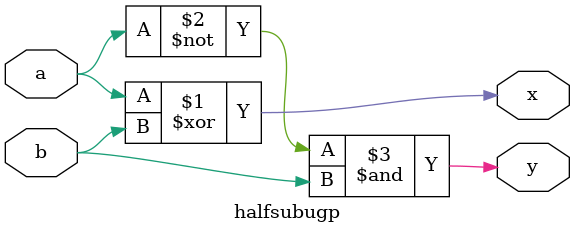
<source format=v>
module halfsubugp(x,y,a,b);
	output x,y;
	input a,b;
	xor(x,a,b);
	and(y,~a,b);
endmodule


</source>
